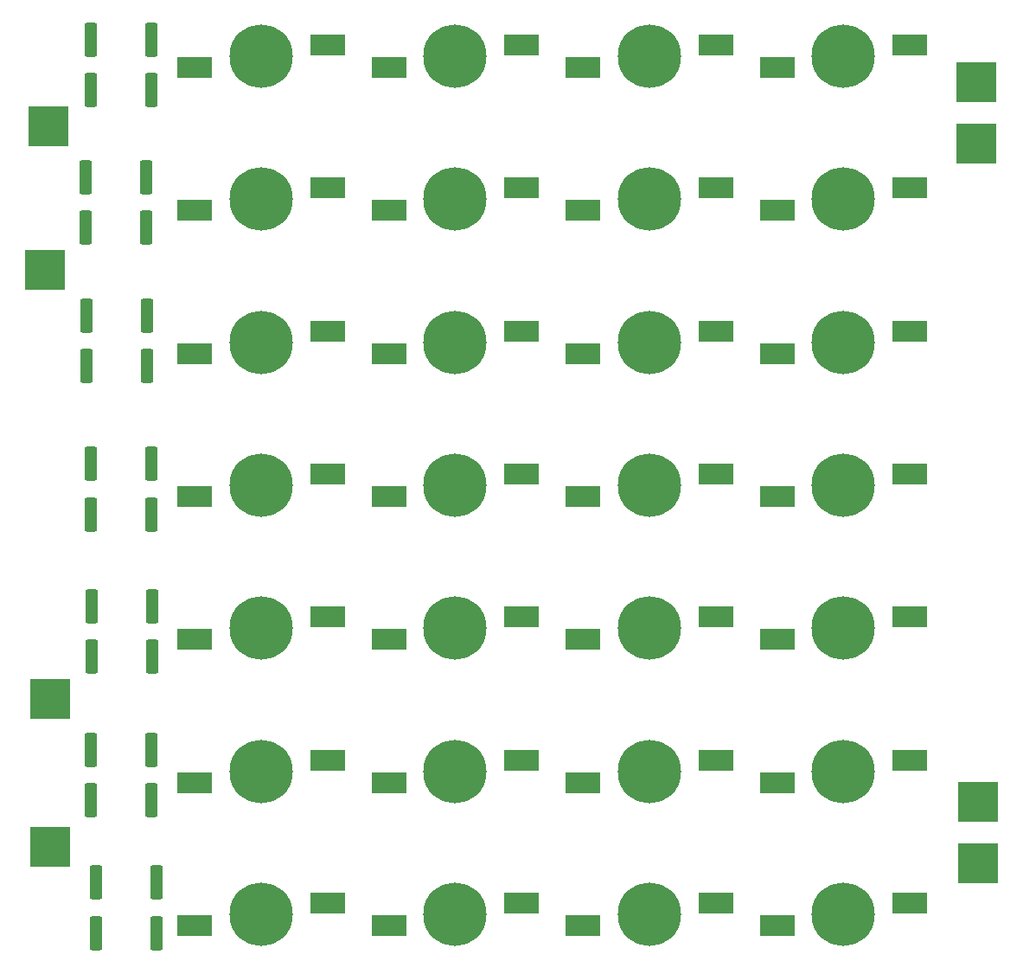
<source format=gbr>
%TF.GenerationSoftware,KiCad,Pcbnew,8.0.3*%
%TF.CreationDate,2024-07-01T01:52:40-03:00*%
%TF.ProjectId,led aqu_rio,6c656420-6171-475e-9172-696f2e6b6963,rev?*%
%TF.SameCoordinates,Original*%
%TF.FileFunction,Soldermask,Top*%
%TF.FilePolarity,Negative*%
%FSLAX46Y46*%
G04 Gerber Fmt 4.6, Leading zero omitted, Abs format (unit mm)*
G04 Created by KiCad (PCBNEW 8.0.3) date 2024-07-01 01:52:40*
%MOMM*%
%LPD*%
G01*
G04 APERTURE LIST*
G04 Aperture macros list*
%AMRoundRect*
0 Rectangle with rounded corners*
0 $1 Rounding radius*
0 $2 $3 $4 $5 $6 $7 $8 $9 X,Y pos of 4 corners*
0 Add a 4 corners polygon primitive as box body*
4,1,4,$2,$3,$4,$5,$6,$7,$8,$9,$2,$3,0*
0 Add four circle primitives for the rounded corners*
1,1,$1+$1,$2,$3*
1,1,$1+$1,$4,$5*
1,1,$1+$1,$6,$7*
1,1,$1+$1,$8,$9*
0 Add four rect primitives between the rounded corners*
20,1,$1+$1,$2,$3,$4,$5,0*
20,1,$1+$1,$4,$5,$6,$7,0*
20,1,$1+$1,$6,$7,$8,$9,0*
20,1,$1+$1,$8,$9,$2,$3,0*%
G04 Aperture macros list end*
%ADD10RoundRect,0.250000X-0.362500X-1.425000X0.362500X-1.425000X0.362500X1.425000X-0.362500X1.425000X0*%
%ADD11R,4.000000X4.000000*%
%ADD12R,3.500000X2.100000*%
%ADD13C,6.200000*%
G04 APERTURE END LIST*
D10*
%TO.C,R14*%
X299037500Y-186000000D03*
X304962500Y-186000000D03*
%TD*%
%TO.C,R13*%
X299037500Y-181000000D03*
X304962500Y-181000000D03*
%TD*%
%TO.C,R12*%
X298537500Y-103390000D03*
X304462500Y-103390000D03*
%TD*%
%TO.C,R11*%
X298537500Y-98500000D03*
X304462500Y-98500000D03*
%TD*%
%TO.C,R10*%
X298000000Y-116890000D03*
X303925000Y-116890000D03*
%TD*%
%TO.C,R9*%
X298000000Y-112000000D03*
X303925000Y-112000000D03*
%TD*%
%TO.C,R8*%
X298075000Y-130390000D03*
X304000000Y-130390000D03*
%TD*%
%TO.C,R7*%
X298075000Y-125500000D03*
X304000000Y-125500000D03*
%TD*%
%TO.C,R6*%
X298537500Y-140000000D03*
X304462500Y-140000000D03*
%TD*%
%TO.C,R5*%
X298537500Y-145000000D03*
X304462500Y-145000000D03*
%TD*%
%TO.C,R4*%
X298575000Y-158890000D03*
X304500000Y-158890000D03*
%TD*%
%TO.C,R3*%
X298575000Y-154000000D03*
X304500000Y-154000000D03*
%TD*%
%TO.C,R2*%
X298537500Y-172890000D03*
X304462500Y-172890000D03*
%TD*%
%TO.C,R1*%
X298537500Y-168000000D03*
X304462500Y-168000000D03*
%TD*%
D11*
%TO.C,J8*%
X294370000Y-107000000D03*
%TD*%
D12*
%TO.C,D15*%
X346690000Y-143200000D03*
X359690000Y-141000000D03*
D13*
X353190000Y-142100000D03*
%TD*%
D12*
%TO.C,D6*%
X327690000Y-115200000D03*
X340690000Y-113000000D03*
D13*
X334190000Y-114100000D03*
%TD*%
D12*
%TO.C,D5*%
X308690000Y-115200000D03*
X321690000Y-113000000D03*
D13*
X315190000Y-114100000D03*
%TD*%
D12*
%TO.C,D12*%
X365690000Y-129200000D03*
X378690000Y-127000000D03*
D13*
X372190000Y-128100000D03*
%TD*%
D11*
%TO.C,J5*%
X385230000Y-108690000D03*
%TD*%
D12*
%TO.C,D16*%
X365690000Y-143200000D03*
X378690000Y-141000000D03*
D13*
X372190000Y-142100000D03*
%TD*%
D12*
%TO.C,D23*%
X346690000Y-171200000D03*
X359690000Y-169000000D03*
D13*
X353190000Y-170100000D03*
%TD*%
D12*
%TO.C,D3*%
X327690000Y-101200000D03*
X340690000Y-99000000D03*
D13*
X334190000Y-100100000D03*
%TD*%
D12*
%TO.C,D14*%
X327690000Y-143200000D03*
X340690000Y-141000000D03*
D13*
X334190000Y-142100000D03*
%TD*%
D12*
%TO.C,D10*%
X327690000Y-129200000D03*
X340690000Y-127000000D03*
D13*
X334190000Y-128100000D03*
%TD*%
D11*
%TO.C,J7*%
X385230000Y-102640000D03*
%TD*%
%TO.C,J2*%
X385410000Y-179110000D03*
%TD*%
D12*
%TO.C,D17*%
X308690000Y-157200000D03*
X321690000Y-155000000D03*
D13*
X315190000Y-156100000D03*
%TD*%
D11*
%TO.C,J3*%
X385350000Y-173120000D03*
%TD*%
D12*
%TO.C,D25*%
X308690000Y-185200000D03*
X321690000Y-183000000D03*
D13*
X315190000Y-184100000D03*
%TD*%
D12*
%TO.C,D2*%
X346690000Y-101200000D03*
X359690000Y-99000000D03*
D13*
X353190000Y-100100000D03*
%TD*%
D12*
%TO.C,D8*%
X365690000Y-115200000D03*
X378690000Y-113000000D03*
D13*
X372190000Y-114100000D03*
%TD*%
D11*
%TO.C,J4*%
X294500000Y-177500000D03*
%TD*%
D12*
%TO.C,D18*%
X327690000Y-157200000D03*
X340690000Y-155000000D03*
D13*
X334190000Y-156100000D03*
%TD*%
D12*
%TO.C,D27*%
X346690000Y-185200000D03*
X359690000Y-183000000D03*
D13*
X353190000Y-184100000D03*
%TD*%
D12*
%TO.C,D19*%
X346690000Y-157200000D03*
X359690000Y-155000000D03*
D13*
X353190000Y-156100000D03*
%TD*%
D12*
%TO.C,D1*%
X365690000Y-101200000D03*
X378690000Y-99000000D03*
D13*
X372190000Y-100100000D03*
%TD*%
D12*
%TO.C,D9*%
X308690000Y-129200000D03*
X321690000Y-127000000D03*
D13*
X315190000Y-128100000D03*
%TD*%
D12*
%TO.C,D28*%
X365690000Y-185200000D03*
X378690000Y-183000000D03*
D13*
X372190000Y-184100000D03*
%TD*%
D12*
%TO.C,D7*%
X346690000Y-115200000D03*
X359690000Y-113000000D03*
D13*
X353190000Y-114100000D03*
%TD*%
D12*
%TO.C,D26*%
X327690000Y-185200000D03*
X340690000Y-183000000D03*
D13*
X334190000Y-184100000D03*
%TD*%
D12*
%TO.C,D22*%
X327690000Y-171200000D03*
X340690000Y-169000000D03*
D13*
X334190000Y-170100000D03*
%TD*%
D11*
%TO.C,J6*%
X294500000Y-163000000D03*
%TD*%
D12*
%TO.C,D4*%
X308690000Y-101200000D03*
X321690000Y-99000000D03*
D13*
X315190000Y-100100000D03*
%TD*%
D12*
%TO.C,D21*%
X308690000Y-171200000D03*
X321690000Y-169000000D03*
D13*
X315190000Y-170100000D03*
%TD*%
D11*
%TO.C,J1*%
X294000000Y-121000000D03*
%TD*%
D12*
%TO.C,D13*%
X308690000Y-143200000D03*
X321690000Y-141000000D03*
D13*
X315190000Y-142100000D03*
%TD*%
D12*
%TO.C,D20*%
X365690000Y-157200000D03*
X378690000Y-155000000D03*
D13*
X372190000Y-156100000D03*
%TD*%
D12*
%TO.C,D11*%
X346690000Y-129200000D03*
X359690000Y-127000000D03*
D13*
X353190000Y-128100000D03*
%TD*%
D12*
%TO.C,D24*%
X365690000Y-171200000D03*
X378690000Y-169000000D03*
D13*
X372190000Y-170100000D03*
%TD*%
M02*

</source>
